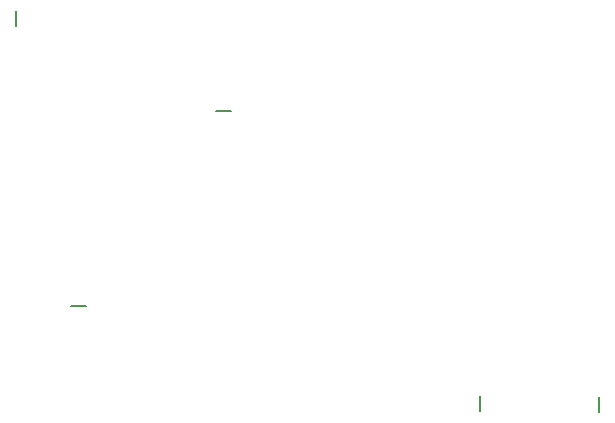
<source format=gbr>
G04 EAGLE Gerber X2 export*
%TF.Part,Single*%
%TF.FileFunction,Legend,Bot,1*%
%TF.FilePolarity,Positive*%
%TF.GenerationSoftware,Autodesk,EAGLE,9.1.0*%
%TF.CreationDate,2018-11-01T15:44:49Z*%
G75*
%MOMM*%
%FSLAX34Y34*%
%LPD*%
%AMOC8*
5,1,8,0,0,1.08239X$1,22.5*%
G01*
%ADD10C,0.203200*%


D10*
X107443Y374375D02*
X94743Y374375D01*
X-15360Y208795D02*
X-28060Y208795D01*
X-74954Y445986D02*
X-74954Y458686D01*
X419050Y132150D02*
X419050Y119450D01*
X318129Y119997D02*
X318129Y132697D01*
M02*

</source>
